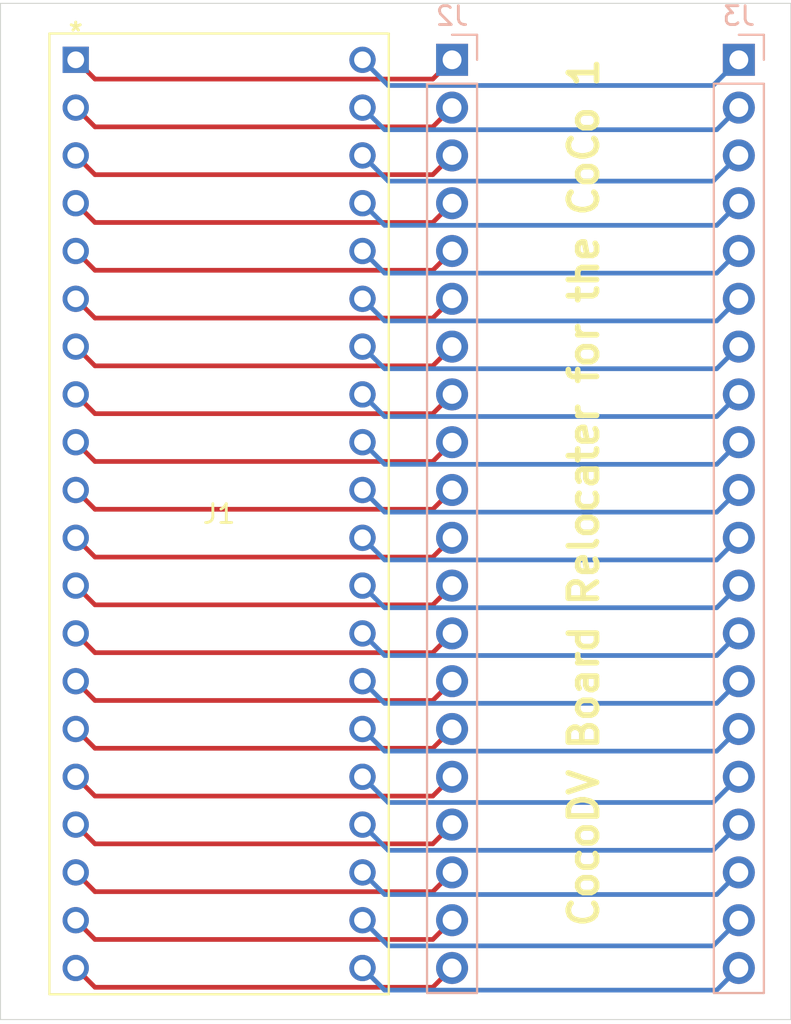
<source format=kicad_pcb>
(kicad_pcb (version 20171130) (host pcbnew "(5.1.10)-1")

  (general
    (thickness 1.6)
    (drawings 5)
    (tracks 120)
    (zones 0)
    (modules 3)
    (nets 41)
  )

  (page A4)
  (layers
    (0 F.Cu signal)
    (31 B.Cu signal)
    (32 B.Adhes user)
    (33 F.Adhes user)
    (34 B.Paste user)
    (35 F.Paste user)
    (36 B.SilkS user)
    (37 F.SilkS user)
    (38 B.Mask user)
    (39 F.Mask user)
    (40 Dwgs.User user)
    (41 Cmts.User user)
    (42 Eco1.User user)
    (43 Eco2.User user)
    (44 Edge.Cuts user)
    (45 Margin user)
    (46 B.CrtYd user)
    (47 F.CrtYd user)
    (48 B.Fab user)
    (49 F.Fab user)
  )

  (setup
    (last_trace_width 0.25)
    (trace_clearance 0.2)
    (zone_clearance 0.508)
    (zone_45_only no)
    (trace_min 0.2)
    (via_size 0.8)
    (via_drill 0.4)
    (via_min_size 0.4)
    (via_min_drill 0.3)
    (uvia_size 0.3)
    (uvia_drill 0.1)
    (uvias_allowed no)
    (uvia_min_size 0.2)
    (uvia_min_drill 0.1)
    (edge_width 0.05)
    (segment_width 0.2)
    (pcb_text_width 0.3)
    (pcb_text_size 1.5 1.5)
    (mod_edge_width 0.12)
    (mod_text_size 1 1)
    (mod_text_width 0.15)
    (pad_size 1.524 1.524)
    (pad_drill 0.762)
    (pad_to_mask_clearance 0)
    (aux_axis_origin 0 0)
    (visible_elements FFFFFF7F)
    (pcbplotparams
      (layerselection 0x010fc_ffffffff)
      (usegerberextensions true)
      (usegerberattributes false)
      (usegerberadvancedattributes false)
      (creategerberjobfile false)
      (excludeedgelayer true)
      (linewidth 0.100000)
      (plotframeref false)
      (viasonmask false)
      (mode 1)
      (useauxorigin false)
      (hpglpennumber 1)
      (hpglpenspeed 20)
      (hpglpendiameter 15.000000)
      (psnegative false)
      (psa4output false)
      (plotreference true)
      (plotvalue true)
      (plotinvisibletext false)
      (padsonsilk false)
      (subtractmaskfromsilk false)
      (outputformat 1)
      (mirror false)
      (drillshape 0)
      (scaleselection 1)
      (outputdirectory "Output/"))
  )

  (net 0 "")
  (net 1 "Net-(J1-Pad40)")
  (net 2 "Net-(J1-Pad39)")
  (net 3 "Net-(J1-Pad38)")
  (net 4 "Net-(J1-Pad37)")
  (net 5 "Net-(J1-Pad36)")
  (net 6 "Net-(J1-Pad35)")
  (net 7 "Net-(J1-Pad34)")
  (net 8 "Net-(J1-Pad33)")
  (net 9 "Net-(J1-Pad32)")
  (net 10 "Net-(J1-Pad31)")
  (net 11 "Net-(J1-Pad30)")
  (net 12 "Net-(J1-Pad29)")
  (net 13 "Net-(J1-Pad28)")
  (net 14 "Net-(J1-Pad27)")
  (net 15 "Net-(J1-Pad26)")
  (net 16 "Net-(J1-Pad25)")
  (net 17 "Net-(J1-Pad24)")
  (net 18 "Net-(J1-Pad23)")
  (net 19 "Net-(J1-Pad22)")
  (net 20 "Net-(J1-Pad21)")
  (net 21 "Net-(J1-Pad20)")
  (net 22 "Net-(J1-Pad19)")
  (net 23 "Net-(J1-Pad18)")
  (net 24 "Net-(J1-Pad17)")
  (net 25 "Net-(J1-Pad16)")
  (net 26 "Net-(J1-Pad15)")
  (net 27 "Net-(J1-Pad14)")
  (net 28 "Net-(J1-Pad13)")
  (net 29 "Net-(J1-Pad12)")
  (net 30 "Net-(J1-Pad11)")
  (net 31 "Net-(J1-Pad10)")
  (net 32 "Net-(J1-Pad9)")
  (net 33 "Net-(J1-Pad8)")
  (net 34 "Net-(J1-Pad7)")
  (net 35 "Net-(J1-Pad6)")
  (net 36 "Net-(J1-Pad5)")
  (net 37 "Net-(J1-Pad4)")
  (net 38 "Net-(J1-Pad3)")
  (net 39 "Net-(J1-Pad2)")
  (net 40 "Net-(J1-Pad1)")

  (net_class Default "This is the default net class."
    (clearance 0.2)
    (trace_width 0.25)
    (via_dia 0.8)
    (via_drill 0.4)
    (uvia_dia 0.3)
    (uvia_drill 0.1)
    (add_net "Net-(J1-Pad1)")
    (add_net "Net-(J1-Pad10)")
    (add_net "Net-(J1-Pad11)")
    (add_net "Net-(J1-Pad12)")
    (add_net "Net-(J1-Pad13)")
    (add_net "Net-(J1-Pad14)")
    (add_net "Net-(J1-Pad15)")
    (add_net "Net-(J1-Pad16)")
    (add_net "Net-(J1-Pad17)")
    (add_net "Net-(J1-Pad18)")
    (add_net "Net-(J1-Pad19)")
    (add_net "Net-(J1-Pad2)")
    (add_net "Net-(J1-Pad20)")
    (add_net "Net-(J1-Pad21)")
    (add_net "Net-(J1-Pad22)")
    (add_net "Net-(J1-Pad23)")
    (add_net "Net-(J1-Pad24)")
    (add_net "Net-(J1-Pad25)")
    (add_net "Net-(J1-Pad26)")
    (add_net "Net-(J1-Pad27)")
    (add_net "Net-(J1-Pad28)")
    (add_net "Net-(J1-Pad29)")
    (add_net "Net-(J1-Pad3)")
    (add_net "Net-(J1-Pad30)")
    (add_net "Net-(J1-Pad31)")
    (add_net "Net-(J1-Pad32)")
    (add_net "Net-(J1-Pad33)")
    (add_net "Net-(J1-Pad34)")
    (add_net "Net-(J1-Pad35)")
    (add_net "Net-(J1-Pad36)")
    (add_net "Net-(J1-Pad37)")
    (add_net "Net-(J1-Pad38)")
    (add_net "Net-(J1-Pad39)")
    (add_net "Net-(J1-Pad4)")
    (add_net "Net-(J1-Pad40)")
    (add_net "Net-(J1-Pad5)")
    (add_net "Net-(J1-Pad6)")
    (add_net "Net-(J1-Pad7)")
    (add_net "Net-(J1-Pad8)")
    (add_net "Net-(J1-Pad9)")
  )

  (module parts:3-1571586-2 (layer F.Cu) (tedit 63AD0310) (tstamp 63ADB88D)
    (at 80 40)
    (path /63B42ED0)
    (fp_text reference J1 (at 7.62 24.13) (layer F.SilkS)
      (effects (font (size 1 1) (thickness 0.15)))
    )
    (fp_text value CONN_3-1571586-2_TYCO (at 7.62 24.13) (layer F.SilkS) hide
      (effects (font (size 1 1) (thickness 0.15)))
    )
    (fp_text user * (at 0 -1.4605) (layer F.SilkS)
      (effects (font (size 1 1) (thickness 0.15)))
    )
    (fp_text user * (at 1.397 0.0635) (layer F.Fab)
      (effects (font (size 1 1) (thickness 0.15)))
    )
    (fp_text user * (at 1.397 0.0635) (layer F.Fab)
      (effects (font (size 1 1) (thickness 0.15)))
    )
    (fp_text user * (at 0 -1.4605) (layer F.SilkS)
      (effects (font (size 1 1) (thickness 0.15)))
    )
    (fp_text user "Copyright 2021 Accelerated Designs. All rights reserved." (at 0 0) (layer Cmts.User)
      (effects (font (size 0.127 0.127) (thickness 0.002)))
    )
    (fp_line (start 0 0) (end -2.921 0) (layer Cmts.User) (width 0.1))
    (fp_line (start 0 2.54) (end -2.921 2.54) (layer Cmts.User) (width 0.1))
    (fp_line (start -2.54 0) (end -2.54 -1.27) (layer Cmts.User) (width 0.1))
    (fp_line (start -2.54 2.54) (end -2.54 3.81) (layer Cmts.User) (width 0.1))
    (fp_line (start -2.54 0) (end -2.667 -0.254) (layer Cmts.User) (width 0.1))
    (fp_line (start -2.54 0) (end -2.413 -0.254) (layer Cmts.User) (width 0.1))
    (fp_line (start -2.667 -0.254) (end -2.413 -0.254) (layer Cmts.User) (width 0.1))
    (fp_line (start -2.54 2.54) (end -2.667 2.794) (layer Cmts.User) (width 0.1))
    (fp_line (start -2.54 2.54) (end -2.413 2.794) (layer Cmts.User) (width 0.1))
    (fp_line (start -2.667 2.794) (end -2.413 2.794) (layer Cmts.User) (width 0.1))
    (fp_line (start 0 48.26) (end 0 51.181) (layer Cmts.User) (width 0.1))
    (fp_line (start 15.24 48.26) (end 15.24 51.181) (layer Cmts.User) (width 0.1))
    (fp_line (start 0 50.8) (end 15.24 50.8) (layer Cmts.User) (width 0.1))
    (fp_line (start 0 50.8) (end 0.254 50.673) (layer Cmts.User) (width 0.1))
    (fp_line (start 0 50.8) (end 0.254 50.927) (layer Cmts.User) (width 0.1))
    (fp_line (start 0.254 50.673) (end 0.254 50.927) (layer Cmts.User) (width 0.1))
    (fp_line (start 15.24 50.8) (end 14.986 50.673) (layer Cmts.User) (width 0.1))
    (fp_line (start 15.24 50.8) (end 14.986 50.927) (layer Cmts.User) (width 0.1))
    (fp_line (start 14.986 50.673) (end 14.986 50.927) (layer Cmts.User) (width 0.1))
    (fp_line (start -1.27 0.4445) (end -1.27 -0.4445) (layer F.Fab) (width 0.1))
    (fp_line (start -1.27 -0.4445) (end -0.4445 -0.4445) (layer F.Fab) (width 0.1))
    (fp_line (start -0.4445 -0.4445) (end -0.4445 0.4445) (layer F.Fab) (width 0.1))
    (fp_line (start -0.4445 0.4445) (end -1.27 0.4445) (layer F.Fab) (width 0.1))
    (fp_line (start -1.27 2.9845) (end -1.27 2.0955) (layer F.Fab) (width 0.1))
    (fp_line (start -1.27 2.0955) (end -0.4445 2.0955) (layer F.Fab) (width 0.1))
    (fp_line (start -0.4445 2.0955) (end -0.4445 2.9845) (layer F.Fab) (width 0.1))
    (fp_line (start -0.4445 2.9845) (end -1.27 2.9845) (layer F.Fab) (width 0.1))
    (fp_line (start -1.27 5.5245) (end -1.27 4.6355) (layer F.Fab) (width 0.1))
    (fp_line (start -1.27 4.6355) (end -0.4445 4.6355) (layer F.Fab) (width 0.1))
    (fp_line (start -0.4445 4.6355) (end -0.4445 5.5245) (layer F.Fab) (width 0.1))
    (fp_line (start -0.4445 5.5245) (end -1.27 5.5245) (layer F.Fab) (width 0.1))
    (fp_line (start -1.27 8.0645) (end -1.27 7.1755) (layer F.Fab) (width 0.1))
    (fp_line (start -1.27 7.1755) (end -0.4445 7.1755) (layer F.Fab) (width 0.1))
    (fp_line (start -0.4445 7.1755) (end -0.4445 8.0645) (layer F.Fab) (width 0.1))
    (fp_line (start -0.4445 8.0645) (end -1.27 8.0645) (layer F.Fab) (width 0.1))
    (fp_line (start -1.27 10.6045) (end -1.27 9.7155) (layer F.Fab) (width 0.1))
    (fp_line (start -1.27 9.7155) (end -0.4445 9.7155) (layer F.Fab) (width 0.1))
    (fp_line (start -0.4445 9.7155) (end -0.4445 10.6045) (layer F.Fab) (width 0.1))
    (fp_line (start -0.4445 10.6045) (end -1.27 10.6045) (layer F.Fab) (width 0.1))
    (fp_line (start -1.27 13.1445) (end -1.27 12.2555) (layer F.Fab) (width 0.1))
    (fp_line (start -1.27 12.2555) (end -0.4445 12.2555) (layer F.Fab) (width 0.1))
    (fp_line (start -0.4445 12.2555) (end -0.4445 13.1445) (layer F.Fab) (width 0.1))
    (fp_line (start -0.4445 13.1445) (end -1.27 13.1445) (layer F.Fab) (width 0.1))
    (fp_line (start -1.27 15.6845) (end -1.27 14.7955) (layer F.Fab) (width 0.1))
    (fp_line (start -1.27 14.7955) (end -0.4445 14.7955) (layer F.Fab) (width 0.1))
    (fp_line (start -0.4445 14.7955) (end -0.4445 15.6845) (layer F.Fab) (width 0.1))
    (fp_line (start -0.4445 15.6845) (end -1.27 15.6845) (layer F.Fab) (width 0.1))
    (fp_line (start -1.27 18.2245) (end -1.27 17.3355) (layer F.Fab) (width 0.1))
    (fp_line (start -1.27 17.3355) (end -0.4445 17.3355) (layer F.Fab) (width 0.1))
    (fp_line (start -0.4445 17.3355) (end -0.4445 18.2245) (layer F.Fab) (width 0.1))
    (fp_line (start -0.4445 18.2245) (end -1.27 18.2245) (layer F.Fab) (width 0.1))
    (fp_line (start -1.27 20.7645) (end -1.27 19.8755) (layer F.Fab) (width 0.1))
    (fp_line (start -1.27 19.8755) (end -0.4445 19.8755) (layer F.Fab) (width 0.1))
    (fp_line (start -0.4445 19.8755) (end -0.4445 20.7645) (layer F.Fab) (width 0.1))
    (fp_line (start -0.4445 20.7645) (end -1.27 20.7645) (layer F.Fab) (width 0.1))
    (fp_line (start -1.27 23.3045) (end -1.27 22.4155) (layer F.Fab) (width 0.1))
    (fp_line (start -1.27 22.4155) (end -0.4445 22.4155) (layer F.Fab) (width 0.1))
    (fp_line (start -0.4445 22.4155) (end -0.4445 23.3045) (layer F.Fab) (width 0.1))
    (fp_line (start -0.4445 23.3045) (end -1.27 23.3045) (layer F.Fab) (width 0.1))
    (fp_line (start -1.27 25.8445) (end -1.27 24.9555) (layer F.Fab) (width 0.1))
    (fp_line (start -1.27 24.9555) (end -0.4445 24.9555) (layer F.Fab) (width 0.1))
    (fp_line (start -0.4445 24.9555) (end -0.4445 25.8445) (layer F.Fab) (width 0.1))
    (fp_line (start -0.4445 25.8445) (end -1.27 25.8445) (layer F.Fab) (width 0.1))
    (fp_line (start -1.27 28.3845) (end -1.27 27.4955) (layer F.Fab) (width 0.1))
    (fp_line (start -1.27 27.4955) (end -0.4445 27.4955) (layer F.Fab) (width 0.1))
    (fp_line (start -0.4445 27.4955) (end -0.4445 28.3845) (layer F.Fab) (width 0.1))
    (fp_line (start -0.4445 28.3845) (end -1.27 28.3845) (layer F.Fab) (width 0.1))
    (fp_line (start -1.27 30.9245) (end -1.27 30.0355) (layer F.Fab) (width 0.1))
    (fp_line (start -1.27 30.0355) (end -0.4445 30.0355) (layer F.Fab) (width 0.1))
    (fp_line (start -0.4445 30.0355) (end -0.4445 30.9245) (layer F.Fab) (width 0.1))
    (fp_line (start -0.4445 30.9245) (end -1.27 30.9245) (layer F.Fab) (width 0.1))
    (fp_line (start -1.27 33.4645) (end -1.27 32.5755) (layer F.Fab) (width 0.1))
    (fp_line (start -1.27 32.5755) (end -0.4445 32.5755) (layer F.Fab) (width 0.1))
    (fp_line (start -0.4445 32.5755) (end -0.4445 33.4645) (layer F.Fab) (width 0.1))
    (fp_line (start -0.4445 33.4645) (end -1.27 33.4645) (layer F.Fab) (width 0.1))
    (fp_line (start -1.27 36.0045) (end -1.27 35.1155) (layer F.Fab) (width 0.1))
    (fp_line (start -1.27 35.1155) (end -0.4445 35.1155) (layer F.Fab) (width 0.1))
    (fp_line (start -0.4445 35.1155) (end -0.4445 36.0045) (layer F.Fab) (width 0.1))
    (fp_line (start -0.4445 36.0045) (end -1.27 36.0045) (layer F.Fab) (width 0.1))
    (fp_line (start -1.27 38.5445) (end -1.27 37.6555) (layer F.Fab) (width 0.1))
    (fp_line (start -1.27 37.6555) (end -0.4445 37.6555) (layer F.Fab) (width 0.1))
    (fp_line (start -0.4445 37.6555) (end -0.4445 38.5445) (layer F.Fab) (width 0.1))
    (fp_line (start -0.4445 38.5445) (end -1.27 38.5445) (layer F.Fab) (width 0.1))
    (fp_line (start -1.27 41.0845) (end -1.27 40.1955) (layer F.Fab) (width 0.1))
    (fp_line (start -1.27 40.1955) (end -0.4445 40.1955) (layer F.Fab) (width 0.1))
    (fp_line (start -0.4445 40.1955) (end -0.4445 41.0845) (layer F.Fab) (width 0.1))
    (fp_line (start -0.4445 41.0845) (end -1.27 41.0845) (layer F.Fab) (width 0.1))
    (fp_line (start -1.27 43.6245) (end -1.27 42.7355) (layer F.Fab) (width 0.1))
    (fp_line (start -1.27 42.7355) (end -0.4445 42.7355) (layer F.Fab) (width 0.1))
    (fp_line (start -0.4445 42.7355) (end -0.4445 43.6245) (layer F.Fab) (width 0.1))
    (fp_line (start -0.4445 43.6245) (end -1.27 43.6245) (layer F.Fab) (width 0.1))
    (fp_line (start -1.27 46.1645) (end -1.27 45.2755) (layer F.Fab) (width 0.1))
    (fp_line (start -1.27 45.2755) (end -0.4445 45.2755) (layer F.Fab) (width 0.1))
    (fp_line (start -0.4445 45.2755) (end -0.4445 46.1645) (layer F.Fab) (width 0.1))
    (fp_line (start -0.4445 46.1645) (end -1.27 46.1645) (layer F.Fab) (width 0.1))
    (fp_line (start -1.27 48.7045) (end -1.27 47.8155) (layer F.Fab) (width 0.1))
    (fp_line (start -1.27 47.8155) (end -0.4445 47.8155) (layer F.Fab) (width 0.1))
    (fp_line (start -0.4445 47.8155) (end -0.4445 48.7045) (layer F.Fab) (width 0.1))
    (fp_line (start -0.4445 48.7045) (end -1.27 48.7045) (layer F.Fab) (width 0.1))
    (fp_line (start 16.51 47.8155) (end 16.51 48.7045) (layer F.Fab) (width 0.1))
    (fp_line (start 16.51 48.7045) (end 15.6845 48.7045) (layer F.Fab) (width 0.1))
    (fp_line (start 15.6845 48.7045) (end 15.6845 47.8155) (layer F.Fab) (width 0.1))
    (fp_line (start 15.6845 47.8155) (end 16.51 47.8155) (layer F.Fab) (width 0.1))
    (fp_line (start 16.51 45.2755) (end 16.51 46.1645) (layer F.Fab) (width 0.1))
    (fp_line (start 16.51 46.1645) (end 15.6845 46.1645) (layer F.Fab) (width 0.1))
    (fp_line (start 15.6845 46.1645) (end 15.6845 45.2755) (layer F.Fab) (width 0.1))
    (fp_line (start 15.6845 45.2755) (end 16.51 45.2755) (layer F.Fab) (width 0.1))
    (fp_line (start 16.51 42.7355) (end 16.51 43.6245) (layer F.Fab) (width 0.1))
    (fp_line (start 16.51 43.6245) (end 15.6845 43.6245) (layer F.Fab) (width 0.1))
    (fp_line (start 15.6845 43.6245) (end 15.6845 42.7355) (layer F.Fab) (width 0.1))
    (fp_line (start 15.6845 42.7355) (end 16.51 42.7355) (layer F.Fab) (width 0.1))
    (fp_line (start 16.51 40.1955) (end 16.51 41.0845) (layer F.Fab) (width 0.1))
    (fp_line (start 16.51 41.0845) (end 15.6845 41.0845) (layer F.Fab) (width 0.1))
    (fp_line (start 15.6845 41.0845) (end 15.6845 40.1955) (layer F.Fab) (width 0.1))
    (fp_line (start 15.6845 40.1955) (end 16.51 40.1955) (layer F.Fab) (width 0.1))
    (fp_line (start 16.51 37.6555) (end 16.51 38.5445) (layer F.Fab) (width 0.1))
    (fp_line (start 16.51 38.5445) (end 15.6845 38.5445) (layer F.Fab) (width 0.1))
    (fp_line (start 15.6845 38.5445) (end 15.6845 37.6555) (layer F.Fab) (width 0.1))
    (fp_line (start 15.6845 37.6555) (end 16.51 37.6555) (layer F.Fab) (width 0.1))
    (fp_line (start 16.51 35.1155) (end 16.51 36.0045) (layer F.Fab) (width 0.1))
    (fp_line (start 16.51 36.0045) (end 15.6845 36.0045) (layer F.Fab) (width 0.1))
    (fp_line (start 15.6845 36.0045) (end 15.6845 35.1155) (layer F.Fab) (width 0.1))
    (fp_line (start 15.6845 35.1155) (end 16.51 35.1155) (layer F.Fab) (width 0.1))
    (fp_line (start 16.51 32.5755) (end 16.51 33.4645) (layer F.Fab) (width 0.1))
    (fp_line (start 16.51 33.4645) (end 15.6845 33.4645) (layer F.Fab) (width 0.1))
    (fp_line (start 15.6845 33.4645) (end 15.6845 32.5755) (layer F.Fab) (width 0.1))
    (fp_line (start 15.6845 32.5755) (end 16.51 32.5755) (layer F.Fab) (width 0.1))
    (fp_line (start 16.51 30.0355) (end 16.51 30.9245) (layer F.Fab) (width 0.1))
    (fp_line (start 16.51 30.9245) (end 15.6845 30.9245) (layer F.Fab) (width 0.1))
    (fp_line (start 15.6845 30.9245) (end 15.6845 30.0355) (layer F.Fab) (width 0.1))
    (fp_line (start 15.6845 30.0355) (end 16.51 30.0355) (layer F.Fab) (width 0.1))
    (fp_line (start 16.51 27.4955) (end 16.51 28.3845) (layer F.Fab) (width 0.1))
    (fp_line (start 16.51 28.3845) (end 15.6845 28.3845) (layer F.Fab) (width 0.1))
    (fp_line (start 15.6845 28.3845) (end 15.6845 27.4955) (layer F.Fab) (width 0.1))
    (fp_line (start 15.6845 27.4955) (end 16.51 27.4955) (layer F.Fab) (width 0.1))
    (fp_line (start 16.51 24.9555) (end 16.51 25.8445) (layer F.Fab) (width 0.1))
    (fp_line (start 16.51 25.8445) (end 15.6845 25.8445) (layer F.Fab) (width 0.1))
    (fp_line (start 15.6845 25.8445) (end 15.6845 24.9555) (layer F.Fab) (width 0.1))
    (fp_line (start 15.6845 24.9555) (end 16.51 24.9555) (layer F.Fab) (width 0.1))
    (fp_line (start 16.51 22.4155) (end 16.51 23.3045) (layer F.Fab) (width 0.1))
    (fp_line (start 16.51 23.3045) (end 15.6845 23.3045) (layer F.Fab) (width 0.1))
    (fp_line (start 15.6845 23.3045) (end 15.6845 22.4155) (layer F.Fab) (width 0.1))
    (fp_line (start 15.6845 22.4155) (end 16.51 22.4155) (layer F.Fab) (width 0.1))
    (fp_line (start 16.51 19.8755) (end 16.51 20.7645) (layer F.Fab) (width 0.1))
    (fp_line (start 16.51 20.7645) (end 15.6845 20.7645) (layer F.Fab) (width 0.1))
    (fp_line (start 15.6845 20.7645) (end 15.6845 19.8755) (layer F.Fab) (width 0.1))
    (fp_line (start 15.6845 19.8755) (end 16.51 19.8755) (layer F.Fab) (width 0.1))
    (fp_line (start 16.51 17.3355) (end 16.51 18.2245) (layer F.Fab) (width 0.1))
    (fp_line (start 16.51 18.2245) (end 15.6845 18.2245) (layer F.Fab) (width 0.1))
    (fp_line (start 15.6845 18.2245) (end 15.6845 17.3355) (layer F.Fab) (width 0.1))
    (fp_line (start 15.6845 17.3355) (end 16.51 17.3355) (layer F.Fab) (width 0.1))
    (fp_line (start 16.51 14.7955) (end 16.51 15.6845) (layer F.Fab) (width 0.1))
    (fp_line (start 16.51 15.6845) (end 15.6845 15.6845) (layer F.Fab) (width 0.1))
    (fp_line (start 15.6845 15.6845) (end 15.6845 14.7955) (layer F.Fab) (width 0.1))
    (fp_line (start 15.6845 14.7955) (end 16.51 14.7955) (layer F.Fab) (width 0.1))
    (fp_line (start 16.51 12.2555) (end 16.51 13.1445) (layer F.Fab) (width 0.1))
    (fp_line (start 16.51 13.1445) (end 15.6845 13.1445) (layer F.Fab) (width 0.1))
    (fp_line (start 15.6845 13.1445) (end 15.6845 12.2555) (layer F.Fab) (width 0.1))
    (fp_line (start 15.6845 12.2555) (end 16.51 12.2555) (layer F.Fab) (width 0.1))
    (fp_line (start 16.51 9.7155) (end 16.51 10.6045) (layer F.Fab) (width 0.1))
    (fp_line (start 16.51 10.6045) (end 15.6845 10.6045) (layer F.Fab) (width 0.1))
    (fp_line (start 15.6845 10.6045) (end 15.6845 9.7155) (layer F.Fab) (width 0.1))
    (fp_line (start 15.6845 9.7155) (end 16.51 9.7155) (layer F.Fab) (width 0.1))
    (fp_line (start 16.51 7.1755) (end 16.51 8.0645) (layer F.Fab) (width 0.1))
    (fp_line (start 16.51 8.0645) (end 15.6845 8.0645) (layer F.Fab) (width 0.1))
    (fp_line (start 15.6845 8.0645) (end 15.6845 7.1755) (layer F.Fab) (width 0.1))
    (fp_line (start 15.6845 7.1755) (end 16.51 7.1755) (layer F.Fab) (width 0.1))
    (fp_line (start 16.51 4.6355) (end 16.51 5.5245) (layer F.Fab) (width 0.1))
    (fp_line (start 16.51 5.5245) (end 15.6845 5.5245) (layer F.Fab) (width 0.1))
    (fp_line (start 15.6845 5.5245) (end 15.6845 4.6355) (layer F.Fab) (width 0.1))
    (fp_line (start 15.6845 4.6355) (end 16.51 4.6355) (layer F.Fab) (width 0.1))
    (fp_line (start 16.51 2.0955) (end 16.51 2.9845) (layer F.Fab) (width 0.1))
    (fp_line (start 16.51 2.9845) (end 15.6845 2.9845) (layer F.Fab) (width 0.1))
    (fp_line (start 15.6845 2.9845) (end 15.6845 2.0955) (layer F.Fab) (width 0.1))
    (fp_line (start 15.6845 2.0955) (end 16.51 2.0955) (layer F.Fab) (width 0.1))
    (fp_line (start 16.51 -0.4445) (end 16.51 0.4445) (layer F.Fab) (width 0.1))
    (fp_line (start 16.51 0.4445) (end 15.6845 0.4445) (layer F.Fab) (width 0.1))
    (fp_line (start 15.6845 0.4445) (end 15.6845 -0.4445) (layer F.Fab) (width 0.1))
    (fp_line (start 15.6845 -0.4445) (end 16.51 -0.4445) (layer F.Fab) (width 0.1))
    (fp_line (start -1.397 49.657) (end 16.637 49.657) (layer F.SilkS) (width 0.12))
    (fp_line (start 16.637 49.657) (end 16.637 -1.397) (layer F.SilkS) (width 0.12))
    (fp_line (start 16.637 -1.397) (end -1.397 -1.397) (layer F.SilkS) (width 0.12))
    (fp_line (start -1.397 -1.397) (end -1.397 49.657) (layer F.SilkS) (width 0.12))
    (fp_line (start -1.27 49.53) (end 16.51 49.53) (layer F.Fab) (width 0.1))
    (fp_line (start 16.51 49.53) (end 16.51 -1.27) (layer F.Fab) (width 0.1))
    (fp_line (start 16.51 -1.27) (end -1.27 -1.27) (layer F.Fab) (width 0.1))
    (fp_line (start -1.27 -1.27) (end -1.27 49.53) (layer F.Fab) (width 0.1))
    (fp_line (start 7.62 -0.9652) (end 7.9248 -1.27) (layer F.Fab) (width 0.1))
    (fp_line (start 7.3152 -1.27) (end 7.62 -0.9652) (layer F.Fab) (width 0.1))
    (fp_line (start -1.524 -1.524) (end 16.764 -1.524) (layer F.CrtYd) (width 0.12))
    (fp_line (start 16.764 -1.524) (end 16.7894 49.784) (layer F.CrtYd) (width 0.12))
    (fp_line (start 16.7894 49.784) (end -1.524 49.784) (layer F.CrtYd) (width 0.12))
    (fp_line (start -1.524 49.784) (end -1.524 -1.524) (layer F.CrtYd) (width 0.12))
    (pad 40 thru_hole circle (at 15.24 0) (size 1.397 1.397) (drill 0.889) (layers *.Cu *.Mask)
      (net 1 "Net-(J1-Pad40)"))
    (pad 39 thru_hole circle (at 15.24 2.54) (size 1.397 1.397) (drill 0.889) (layers *.Cu *.Mask)
      (net 2 "Net-(J1-Pad39)"))
    (pad 38 thru_hole circle (at 15.24 5.08) (size 1.397 1.397) (drill 0.889) (layers *.Cu *.Mask)
      (net 3 "Net-(J1-Pad38)"))
    (pad 37 thru_hole circle (at 15.24 7.62) (size 1.397 1.397) (drill 0.889) (layers *.Cu *.Mask)
      (net 4 "Net-(J1-Pad37)"))
    (pad 36 thru_hole circle (at 15.24 10.16) (size 1.397 1.397) (drill 0.889) (layers *.Cu *.Mask)
      (net 5 "Net-(J1-Pad36)"))
    (pad 35 thru_hole circle (at 15.24 12.7) (size 1.397 1.397) (drill 0.889) (layers *.Cu *.Mask)
      (net 6 "Net-(J1-Pad35)"))
    (pad 34 thru_hole circle (at 15.24 15.24) (size 1.397 1.397) (drill 0.889) (layers *.Cu *.Mask)
      (net 7 "Net-(J1-Pad34)"))
    (pad 33 thru_hole circle (at 15.24 17.78) (size 1.397 1.397) (drill 0.889) (layers *.Cu *.Mask)
      (net 8 "Net-(J1-Pad33)"))
    (pad 32 thru_hole circle (at 15.24 20.32) (size 1.397 1.397) (drill 0.889) (layers *.Cu *.Mask)
      (net 9 "Net-(J1-Pad32)"))
    (pad 31 thru_hole circle (at 15.24 22.86) (size 1.397 1.397) (drill 0.889) (layers *.Cu *.Mask)
      (net 10 "Net-(J1-Pad31)"))
    (pad 30 thru_hole circle (at 15.24 25.4) (size 1.397 1.397) (drill 0.889) (layers *.Cu *.Mask)
      (net 11 "Net-(J1-Pad30)"))
    (pad 29 thru_hole circle (at 15.24 27.94) (size 1.397 1.397) (drill 0.889) (layers *.Cu *.Mask)
      (net 12 "Net-(J1-Pad29)"))
    (pad 28 thru_hole circle (at 15.24 30.48) (size 1.397 1.397) (drill 0.889) (layers *.Cu *.Mask)
      (net 13 "Net-(J1-Pad28)"))
    (pad 27 thru_hole circle (at 15.24 33.02) (size 1.397 1.397) (drill 0.889) (layers *.Cu *.Mask)
      (net 14 "Net-(J1-Pad27)"))
    (pad 26 thru_hole circle (at 15.24 35.56) (size 1.397 1.397) (drill 0.889) (layers *.Cu *.Mask)
      (net 15 "Net-(J1-Pad26)"))
    (pad 25 thru_hole circle (at 15.24 38.1) (size 1.397 1.397) (drill 0.889) (layers *.Cu *.Mask)
      (net 16 "Net-(J1-Pad25)"))
    (pad 24 thru_hole circle (at 15.24 40.64) (size 1.397 1.397) (drill 0.889) (layers *.Cu *.Mask)
      (net 17 "Net-(J1-Pad24)"))
    (pad 23 thru_hole circle (at 15.24 43.18) (size 1.397 1.397) (drill 0.889) (layers *.Cu *.Mask)
      (net 18 "Net-(J1-Pad23)"))
    (pad 22 thru_hole circle (at 15.24 45.72) (size 1.397 1.397) (drill 0.889) (layers *.Cu *.Mask)
      (net 19 "Net-(J1-Pad22)"))
    (pad 21 thru_hole circle (at 15.24 48.26) (size 1.397 1.397) (drill 0.889) (layers *.Cu *.Mask)
      (net 20 "Net-(J1-Pad21)"))
    (pad 20 thru_hole circle (at 0 48.26) (size 1.397 1.397) (drill 0.889) (layers *.Cu *.Mask)
      (net 21 "Net-(J1-Pad20)"))
    (pad 19 thru_hole circle (at 0 45.72) (size 1.397 1.397) (drill 0.889) (layers *.Cu *.Mask)
      (net 22 "Net-(J1-Pad19)"))
    (pad 18 thru_hole circle (at 0 43.18) (size 1.397 1.397) (drill 0.889) (layers *.Cu *.Mask)
      (net 23 "Net-(J1-Pad18)"))
    (pad 17 thru_hole circle (at 0 40.64) (size 1.397 1.397) (drill 0.889) (layers *.Cu *.Mask)
      (net 24 "Net-(J1-Pad17)"))
    (pad 16 thru_hole circle (at 0 38.1) (size 1.397 1.397) (drill 0.889) (layers *.Cu *.Mask)
      (net 25 "Net-(J1-Pad16)"))
    (pad 15 thru_hole circle (at 0 35.56) (size 1.397 1.397) (drill 0.889) (layers *.Cu *.Mask)
      (net 26 "Net-(J1-Pad15)"))
    (pad 14 thru_hole circle (at 0 33.02) (size 1.397 1.397) (drill 0.889) (layers *.Cu *.Mask)
      (net 27 "Net-(J1-Pad14)"))
    (pad 13 thru_hole circle (at 0 30.48) (size 1.397 1.397) (drill 0.889) (layers *.Cu *.Mask)
      (net 28 "Net-(J1-Pad13)"))
    (pad 12 thru_hole circle (at 0 27.94) (size 1.397 1.397) (drill 0.889) (layers *.Cu *.Mask)
      (net 29 "Net-(J1-Pad12)"))
    (pad 11 thru_hole circle (at 0 25.4) (size 1.397 1.397) (drill 0.889) (layers *.Cu *.Mask)
      (net 30 "Net-(J1-Pad11)"))
    (pad 10 thru_hole circle (at 0 22.86) (size 1.397 1.397) (drill 0.889) (layers *.Cu *.Mask)
      (net 31 "Net-(J1-Pad10)"))
    (pad 9 thru_hole circle (at 0 20.32) (size 1.397 1.397) (drill 0.889) (layers *.Cu *.Mask)
      (net 32 "Net-(J1-Pad9)"))
    (pad 8 thru_hole circle (at 0 17.78) (size 1.397 1.397) (drill 0.889) (layers *.Cu *.Mask)
      (net 33 "Net-(J1-Pad8)"))
    (pad 7 thru_hole circle (at 0 15.24) (size 1.397 1.397) (drill 0.889) (layers *.Cu *.Mask)
      (net 34 "Net-(J1-Pad7)"))
    (pad 6 thru_hole circle (at 0 12.7) (size 1.397 1.397) (drill 0.889) (layers *.Cu *.Mask)
      (net 35 "Net-(J1-Pad6)"))
    (pad 5 thru_hole circle (at 0 10.16) (size 1.397 1.397) (drill 0.889) (layers *.Cu *.Mask)
      (net 36 "Net-(J1-Pad5)"))
    (pad 4 thru_hole circle (at 0 7.62) (size 1.397 1.397) (drill 0.889) (layers *.Cu *.Mask)
      (net 37 "Net-(J1-Pad4)"))
    (pad 3 thru_hole circle (at 0 5.08) (size 1.397 1.397) (drill 0.889) (layers *.Cu *.Mask)
      (net 38 "Net-(J1-Pad3)"))
    (pad 2 thru_hole circle (at 0 2.54) (size 1.397 1.397) (drill 0.889) (layers *.Cu *.Mask)
      (net 39 "Net-(J1-Pad2)"))
    (pad 1 thru_hole rect (at 0 0) (size 1.397 1.397) (drill 0.889) (layers *.Cu *.Mask)
      (net 40 "Net-(J1-Pad1)"))
    (model ${KISYS3DMOD}/Package_DIP.3dshapes/DIP-40_W15.24mm_Socket.step
      (at (xyz 0 0 0))
      (scale (xyz 1 1 1))
      (rotate (xyz 0 0 0))
    )
  )

  (module Connector_PinHeader_2.54mm:PinHeader_1x20_P2.54mm_Vertical (layer B.Cu) (tedit 59FED5CC) (tstamp 63ADAF8E)
    (at 115.24 40 180)
    (descr "Through hole straight pin header, 1x20, 2.54mm pitch, single row")
    (tags "Through hole pin header THT 1x20 2.54mm single row")
    (path /63BC3F6E)
    (fp_text reference J3 (at 0 2.33) (layer B.SilkS)
      (effects (font (size 1 1) (thickness 0.15)) (justify mirror))
    )
    (fp_text value Conn_01x20 (at 7.24 -48) (layer B.Fab)
      (effects (font (size 1 1) (thickness 0.15)) (justify mirror))
    )
    (fp_text user %R (at 0 -24.13 270) (layer B.Fab)
      (effects (font (size 1 1) (thickness 0.15)) (justify mirror))
    )
    (fp_line (start -0.635 1.27) (end 1.27 1.27) (layer B.Fab) (width 0.1))
    (fp_line (start 1.27 1.27) (end 1.27 -49.53) (layer B.Fab) (width 0.1))
    (fp_line (start 1.27 -49.53) (end -1.27 -49.53) (layer B.Fab) (width 0.1))
    (fp_line (start -1.27 -49.53) (end -1.27 0.635) (layer B.Fab) (width 0.1))
    (fp_line (start -1.27 0.635) (end -0.635 1.27) (layer B.Fab) (width 0.1))
    (fp_line (start -1.33 -49.59) (end 1.33 -49.59) (layer B.SilkS) (width 0.12))
    (fp_line (start -1.33 -1.27) (end -1.33 -49.59) (layer B.SilkS) (width 0.12))
    (fp_line (start 1.33 -1.27) (end 1.33 -49.59) (layer B.SilkS) (width 0.12))
    (fp_line (start -1.33 -1.27) (end 1.33 -1.27) (layer B.SilkS) (width 0.12))
    (fp_line (start -1.33 0) (end -1.33 1.33) (layer B.SilkS) (width 0.12))
    (fp_line (start -1.33 1.33) (end 0 1.33) (layer B.SilkS) (width 0.12))
    (fp_line (start -1.8 1.8) (end -1.8 -50.05) (layer B.CrtYd) (width 0.05))
    (fp_line (start -1.8 -50.05) (end 1.8 -50.05) (layer B.CrtYd) (width 0.05))
    (fp_line (start 1.8 -50.05) (end 1.8 1.8) (layer B.CrtYd) (width 0.05))
    (fp_line (start 1.8 1.8) (end -1.8 1.8) (layer B.CrtYd) (width 0.05))
    (pad 20 thru_hole oval (at 0 -48.26 180) (size 1.7 1.7) (drill 1) (layers *.Cu *.Mask)
      (net 20 "Net-(J1-Pad21)"))
    (pad 19 thru_hole oval (at 0 -45.72 180) (size 1.7 1.7) (drill 1) (layers *.Cu *.Mask)
      (net 19 "Net-(J1-Pad22)"))
    (pad 18 thru_hole oval (at 0 -43.18 180) (size 1.7 1.7) (drill 1) (layers *.Cu *.Mask)
      (net 18 "Net-(J1-Pad23)"))
    (pad 17 thru_hole oval (at 0 -40.64 180) (size 1.7 1.7) (drill 1) (layers *.Cu *.Mask)
      (net 17 "Net-(J1-Pad24)"))
    (pad 16 thru_hole oval (at 0 -38.1 180) (size 1.7 1.7) (drill 1) (layers *.Cu *.Mask)
      (net 16 "Net-(J1-Pad25)"))
    (pad 15 thru_hole oval (at 0 -35.56 180) (size 1.7 1.7) (drill 1) (layers *.Cu *.Mask)
      (net 15 "Net-(J1-Pad26)"))
    (pad 14 thru_hole oval (at 0 -33.02 180) (size 1.7 1.7) (drill 1) (layers *.Cu *.Mask)
      (net 14 "Net-(J1-Pad27)"))
    (pad 13 thru_hole oval (at 0 -30.48 180) (size 1.7 1.7) (drill 1) (layers *.Cu *.Mask)
      (net 13 "Net-(J1-Pad28)"))
    (pad 12 thru_hole oval (at 0 -27.94 180) (size 1.7 1.7) (drill 1) (layers *.Cu *.Mask)
      (net 12 "Net-(J1-Pad29)"))
    (pad 11 thru_hole oval (at 0 -25.4 180) (size 1.7 1.7) (drill 1) (layers *.Cu *.Mask)
      (net 11 "Net-(J1-Pad30)"))
    (pad 10 thru_hole oval (at 0 -22.86 180) (size 1.7 1.7) (drill 1) (layers *.Cu *.Mask)
      (net 10 "Net-(J1-Pad31)"))
    (pad 9 thru_hole oval (at 0 -20.32 180) (size 1.7 1.7) (drill 1) (layers *.Cu *.Mask)
      (net 9 "Net-(J1-Pad32)"))
    (pad 8 thru_hole oval (at 0 -17.78 180) (size 1.7 1.7) (drill 1) (layers *.Cu *.Mask)
      (net 8 "Net-(J1-Pad33)"))
    (pad 7 thru_hole oval (at 0 -15.24 180) (size 1.7 1.7) (drill 1) (layers *.Cu *.Mask)
      (net 7 "Net-(J1-Pad34)"))
    (pad 6 thru_hole oval (at 0 -12.7 180) (size 1.7 1.7) (drill 1) (layers *.Cu *.Mask)
      (net 6 "Net-(J1-Pad35)"))
    (pad 5 thru_hole oval (at 0 -10.16 180) (size 1.7 1.7) (drill 1) (layers *.Cu *.Mask)
      (net 5 "Net-(J1-Pad36)"))
    (pad 4 thru_hole oval (at 0 -7.62 180) (size 1.7 1.7) (drill 1) (layers *.Cu *.Mask)
      (net 4 "Net-(J1-Pad37)"))
    (pad 3 thru_hole oval (at 0 -5.08 180) (size 1.7 1.7) (drill 1) (layers *.Cu *.Mask)
      (net 3 "Net-(J1-Pad38)"))
    (pad 2 thru_hole oval (at 0 -2.54 180) (size 1.7 1.7) (drill 1) (layers *.Cu *.Mask)
      (net 2 "Net-(J1-Pad39)"))
    (pad 1 thru_hole rect (at 0 0 180) (size 1.7 1.7) (drill 1) (layers *.Cu *.Mask)
      (net 1 "Net-(J1-Pad40)"))
    (model ${KISYS3DMOD}/Connector_PinHeader_2.54mm.3dshapes/PinHeader_1x20_P2.54mm_Vertical.wrl
      (at (xyz 0 0 0))
      (scale (xyz 1 1 1))
      (rotate (xyz 0 0 0))
    )
  )

  (module Connector_PinHeader_2.54mm:PinHeader_1x20_P2.54mm_Vertical (layer B.Cu) (tedit 59FED5CC) (tstamp 63AD6242)
    (at 100 40 180)
    (descr "Through hole straight pin header, 1x20, 2.54mm pitch, single row")
    (tags "Through hole pin header THT 1x20 2.54mm single row")
    (path /63BC213A)
    (fp_text reference J2 (at 0 2.33) (layer B.SilkS)
      (effects (font (size 1 1) (thickness 0.15)) (justify mirror))
    )
    (fp_text value Conn_01x20 (at -8 -46) (layer B.Fab)
      (effects (font (size 1 1) (thickness 0.15)) (justify mirror))
    )
    (fp_text user %R (at 0 -24.13 270) (layer B.Fab)
      (effects (font (size 1 1) (thickness 0.15)) (justify mirror))
    )
    (fp_line (start -0.635 1.27) (end 1.27 1.27) (layer B.Fab) (width 0.1))
    (fp_line (start 1.27 1.27) (end 1.27 -49.53) (layer B.Fab) (width 0.1))
    (fp_line (start 1.27 -49.53) (end -1.27 -49.53) (layer B.Fab) (width 0.1))
    (fp_line (start -1.27 -49.53) (end -1.27 0.635) (layer B.Fab) (width 0.1))
    (fp_line (start -1.27 0.635) (end -0.635 1.27) (layer B.Fab) (width 0.1))
    (fp_line (start -1.33 -49.59) (end 1.33 -49.59) (layer B.SilkS) (width 0.12))
    (fp_line (start -1.33 -1.27) (end -1.33 -49.59) (layer B.SilkS) (width 0.12))
    (fp_line (start 1.33 -1.27) (end 1.33 -49.59) (layer B.SilkS) (width 0.12))
    (fp_line (start -1.33 -1.27) (end 1.33 -1.27) (layer B.SilkS) (width 0.12))
    (fp_line (start -1.33 0) (end -1.33 1.33) (layer B.SilkS) (width 0.12))
    (fp_line (start -1.33 1.33) (end 0 1.33) (layer B.SilkS) (width 0.12))
    (fp_line (start -1.8 1.8) (end -1.8 -50.05) (layer B.CrtYd) (width 0.05))
    (fp_line (start -1.8 -50.05) (end 1.8 -50.05) (layer B.CrtYd) (width 0.05))
    (fp_line (start 1.8 -50.05) (end 1.8 1.8) (layer B.CrtYd) (width 0.05))
    (fp_line (start 1.8 1.8) (end -1.8 1.8) (layer B.CrtYd) (width 0.05))
    (pad 20 thru_hole oval (at 0 -48.26 180) (size 1.7 1.7) (drill 1) (layers *.Cu *.Mask)
      (net 21 "Net-(J1-Pad20)"))
    (pad 19 thru_hole oval (at 0 -45.72 180) (size 1.7 1.7) (drill 1) (layers *.Cu *.Mask)
      (net 22 "Net-(J1-Pad19)"))
    (pad 18 thru_hole oval (at 0 -43.18 180) (size 1.7 1.7) (drill 1) (layers *.Cu *.Mask)
      (net 23 "Net-(J1-Pad18)"))
    (pad 17 thru_hole oval (at 0 -40.64 180) (size 1.7 1.7) (drill 1) (layers *.Cu *.Mask)
      (net 24 "Net-(J1-Pad17)"))
    (pad 16 thru_hole oval (at 0 -38.1 180) (size 1.7 1.7) (drill 1) (layers *.Cu *.Mask)
      (net 25 "Net-(J1-Pad16)"))
    (pad 15 thru_hole oval (at 0 -35.56 180) (size 1.7 1.7) (drill 1) (layers *.Cu *.Mask)
      (net 26 "Net-(J1-Pad15)"))
    (pad 14 thru_hole oval (at 0 -33.02 180) (size 1.7 1.7) (drill 1) (layers *.Cu *.Mask)
      (net 27 "Net-(J1-Pad14)"))
    (pad 13 thru_hole oval (at 0 -30.48 180) (size 1.7 1.7) (drill 1) (layers *.Cu *.Mask)
      (net 28 "Net-(J1-Pad13)"))
    (pad 12 thru_hole oval (at 0 -27.94 180) (size 1.7 1.7) (drill 1) (layers *.Cu *.Mask)
      (net 29 "Net-(J1-Pad12)"))
    (pad 11 thru_hole oval (at 0 -25.4 180) (size 1.7 1.7) (drill 1) (layers *.Cu *.Mask)
      (net 30 "Net-(J1-Pad11)"))
    (pad 10 thru_hole oval (at 0 -22.86 180) (size 1.7 1.7) (drill 1) (layers *.Cu *.Mask)
      (net 31 "Net-(J1-Pad10)"))
    (pad 9 thru_hole oval (at 0 -20.32 180) (size 1.7 1.7) (drill 1) (layers *.Cu *.Mask)
      (net 32 "Net-(J1-Pad9)"))
    (pad 8 thru_hole oval (at 0 -17.78 180) (size 1.7 1.7) (drill 1) (layers *.Cu *.Mask)
      (net 33 "Net-(J1-Pad8)"))
    (pad 7 thru_hole oval (at 0 -15.24 180) (size 1.7 1.7) (drill 1) (layers *.Cu *.Mask)
      (net 34 "Net-(J1-Pad7)"))
    (pad 6 thru_hole oval (at 0 -12.7 180) (size 1.7 1.7) (drill 1) (layers *.Cu *.Mask)
      (net 35 "Net-(J1-Pad6)"))
    (pad 5 thru_hole oval (at 0 -10.16 180) (size 1.7 1.7) (drill 1) (layers *.Cu *.Mask)
      (net 36 "Net-(J1-Pad5)"))
    (pad 4 thru_hole oval (at 0 -7.62 180) (size 1.7 1.7) (drill 1) (layers *.Cu *.Mask)
      (net 37 "Net-(J1-Pad4)"))
    (pad 3 thru_hole oval (at 0 -5.08 180) (size 1.7 1.7) (drill 1) (layers *.Cu *.Mask)
      (net 38 "Net-(J1-Pad3)"))
    (pad 2 thru_hole oval (at 0 -2.54 180) (size 1.7 1.7) (drill 1) (layers *.Cu *.Mask)
      (net 39 "Net-(J1-Pad2)"))
    (pad 1 thru_hole rect (at 0 0 180) (size 1.7 1.7) (drill 1) (layers *.Cu *.Mask)
      (net 40 "Net-(J1-Pad1)"))
    (model ${KISYS3DMOD}/Connector_PinHeader_2.54mm.3dshapes/PinHeader_1x20_P2.54mm_Vertical.wrl
      (at (xyz 0 0 0))
      (scale (xyz 1 1 1))
      (rotate (xyz 0 0 0))
    )
  )

  (gr_line (start 76 91) (end 76 37) (layer Edge.Cuts) (width 0.05) (tstamp 63AD9553))
  (gr_line (start 118 91) (end 76 91) (layer Edge.Cuts) (width 0.05))
  (gr_line (start 118 37) (end 118 91) (layer Edge.Cuts) (width 0.05))
  (gr_line (start 76 37) (end 118 37) (layer Edge.Cuts) (width 0.05))
  (gr_text "CocoDV Board Relocater for the CoCo 1" (at 107 63 90) (layer F.SilkS)
    (effects (font (size 1.5 1.5) (thickness 0.3)))
  )

  (segment (start 113.875001 41.364999) (end 115.24 40) (width 0.25) (layer B.Cu) (net 1))
  (segment (start 96.604999 41.364999) (end 113.875001 41.364999) (width 0.25) (layer B.Cu) (net 1))
  (segment (start 95.24 40) (end 96.604999 41.364999) (width 0.25) (layer B.Cu) (net 1))
  (segment (start 96.415001 43.715001) (end 114.064999 43.715001) (width 0.25) (layer B.Cu) (net 2))
  (segment (start 114.064999 43.715001) (end 115.24 42.54) (width 0.25) (layer B.Cu) (net 2))
  (segment (start 95.24 42.54) (end 96.415001 43.715001) (width 0.25) (layer B.Cu) (net 2))
  (segment (start 113.875001 46.444999) (end 115.24 45.08) (width 0.25) (layer B.Cu) (net 3))
  (segment (start 96.604999 46.444999) (end 113.875001 46.444999) (width 0.25) (layer B.Cu) (net 3))
  (segment (start 95.24 45.08) (end 96.604999 46.444999) (width 0.25) (layer B.Cu) (net 3))
  (segment (start 96.415001 48.795001) (end 114.064999 48.795001) (width 0.25) (layer B.Cu) (net 4))
  (segment (start 114.064999 48.795001) (end 115.24 47.62) (width 0.25) (layer B.Cu) (net 4))
  (segment (start 95.24 47.62) (end 96.415001 48.795001) (width 0.25) (layer B.Cu) (net 4))
  (segment (start 114.064999 51.335001) (end 115.24 50.16) (width 0.25) (layer B.Cu) (net 5))
  (segment (start 96.415001 51.335001) (end 114.064999 51.335001) (width 0.25) (layer B.Cu) (net 5))
  (segment (start 95.24 50.16) (end 96.415001 51.335001) (width 0.25) (layer B.Cu) (net 5))
  (segment (start 114.064999 53.875001) (end 115.24 52.7) (width 0.25) (layer B.Cu) (net 6))
  (segment (start 96.415001 53.875001) (end 114.064999 53.875001) (width 0.25) (layer B.Cu) (net 6))
  (segment (start 95.24 52.7) (end 96.415001 53.875001) (width 0.25) (layer B.Cu) (net 6))
  (segment (start 96.415001 56.415001) (end 114.064999 56.415001) (width 0.25) (layer B.Cu) (net 7))
  (segment (start 114.064999 56.415001) (end 115.24 55.24) (width 0.25) (layer B.Cu) (net 7))
  (segment (start 95.24 55.24) (end 96.415001 56.415001) (width 0.25) (layer B.Cu) (net 7))
  (segment (start 114.064999 58.955001) (end 115.24 57.78) (width 0.25) (layer B.Cu) (net 8))
  (segment (start 96.415001 58.955001) (end 114.064999 58.955001) (width 0.25) (layer B.Cu) (net 8))
  (segment (start 95.24 57.78) (end 96.415001 58.955001) (width 0.25) (layer B.Cu) (net 8))
  (segment (start 114.064999 61.495001) (end 115.24 60.32) (width 0.25) (layer B.Cu) (net 9))
  (segment (start 96.415001 61.495001) (end 114.064999 61.495001) (width 0.25) (layer B.Cu) (net 9))
  (segment (start 95.24 60.32) (end 96.415001 61.495001) (width 0.25) (layer B.Cu) (net 9))
  (segment (start 96.415001 64.035001) (end 114.064999 64.035001) (width 0.25) (layer B.Cu) (net 10))
  (segment (start 114.064999 64.035001) (end 115.24 62.86) (width 0.25) (layer B.Cu) (net 10))
  (segment (start 95.24 62.86) (end 96.415001 64.035001) (width 0.25) (layer B.Cu) (net 10))
  (segment (start 114.064999 66.575001) (end 115.24 65.4) (width 0.25) (layer B.Cu) (net 11))
  (segment (start 96.415001 66.575001) (end 114.064999 66.575001) (width 0.25) (layer B.Cu) (net 11))
  (segment (start 95.24 65.4) (end 96.415001 66.575001) (width 0.25) (layer B.Cu) (net 11))
  (segment (start 114.064999 69.115001) (end 115.24 67.94) (width 0.25) (layer B.Cu) (net 12))
  (segment (start 96.415001 69.115001) (end 114.064999 69.115001) (width 0.25) (layer B.Cu) (net 12))
  (segment (start 95.24 67.94) (end 96.415001 69.115001) (width 0.25) (layer B.Cu) (net 12))
  (segment (start 114.064999 71.655001) (end 115.24 70.48) (width 0.25) (layer B.Cu) (net 13))
  (segment (start 96.415001 71.655001) (end 114.064999 71.655001) (width 0.25) (layer B.Cu) (net 13))
  (segment (start 95.24 70.48) (end 96.415001 71.655001) (width 0.25) (layer B.Cu) (net 13))
  (segment (start 114.064999 74.195001) (end 115.24 73.02) (width 0.25) (layer B.Cu) (net 14))
  (segment (start 96.415001 74.195001) (end 114.064999 74.195001) (width 0.25) (layer B.Cu) (net 14))
  (segment (start 95.24 73.02) (end 96.415001 74.195001) (width 0.25) (layer B.Cu) (net 14))
  (segment (start 114.064999 76.735001) (end 115.24 75.56) (width 0.25) (layer B.Cu) (net 15))
  (segment (start 96.415001 76.735001) (end 114.064999 76.735001) (width 0.25) (layer B.Cu) (net 15))
  (segment (start 95.24 75.56) (end 96.415001 76.735001) (width 0.25) (layer B.Cu) (net 15))
  (segment (start 113.875001 79.464999) (end 115.24 78.1) (width 0.25) (layer B.Cu) (net 16))
  (segment (start 96.604999 79.464999) (end 113.875001 79.464999) (width 0.25) (layer B.Cu) (net 16))
  (segment (start 95.24 78.1) (end 96.604999 79.464999) (width 0.25) (layer B.Cu) (net 16))
  (segment (start 113.875001 82.004999) (end 115.24 80.64) (width 0.25) (layer B.Cu) (net 17))
  (segment (start 96.604999 82.004999) (end 113.875001 82.004999) (width 0.25) (layer B.Cu) (net 17))
  (segment (start 95.24 80.64) (end 96.604999 82.004999) (width 0.25) (layer B.Cu) (net 17))
  (segment (start 114.064999 84.355001) (end 115.24 83.18) (width 0.25) (layer B.Cu) (net 18))
  (segment (start 96.415001 84.355001) (end 114.064999 84.355001) (width 0.25) (layer B.Cu) (net 18))
  (segment (start 95.24 83.18) (end 96.415001 84.355001) (width 0.25) (layer B.Cu) (net 18))
  (segment (start 113.875001 87.084999) (end 115.24 85.72) (width 0.25) (layer B.Cu) (net 19))
  (segment (start 96.604999 87.084999) (end 113.875001 87.084999) (width 0.25) (layer B.Cu) (net 19))
  (segment (start 95.24 85.72) (end 96.604999 87.084999) (width 0.25) (layer B.Cu) (net 19))
  (segment (start 114.064999 89.435001) (end 115.24 88.26) (width 0.25) (layer B.Cu) (net 20))
  (segment (start 96.415001 89.435001) (end 114.064999 89.435001) (width 0.25) (layer B.Cu) (net 20))
  (segment (start 95.24 88.26) (end 96.415001 89.435001) (width 0.25) (layer B.Cu) (net 20))
  (segment (start 98.976499 89.283501) (end 100 88.26) (width 0.25) (layer F.Cu) (net 21))
  (segment (start 81.023501 89.283501) (end 98.976499 89.283501) (width 0.25) (layer F.Cu) (net 21))
  (segment (start 80 88.26) (end 81.023501 89.283501) (width 0.25) (layer F.Cu) (net 21))
  (segment (start 81.023501 86.743501) (end 98.976499 86.743501) (width 0.25) (layer F.Cu) (net 22))
  (segment (start 98.976499 86.743501) (end 100 85.72) (width 0.25) (layer F.Cu) (net 22))
  (segment (start 80 85.72) (end 81.023501 86.743501) (width 0.25) (layer F.Cu) (net 22))
  (segment (start 81.023501 84.203501) (end 98.976499 84.203501) (width 0.25) (layer F.Cu) (net 23))
  (segment (start 98.976499 84.203501) (end 100 83.18) (width 0.25) (layer F.Cu) (net 23))
  (segment (start 80 83.18) (end 81.023501 84.203501) (width 0.25) (layer F.Cu) (net 23))
  (segment (start 98.976499 81.663501) (end 100 80.64) (width 0.25) (layer F.Cu) (net 24))
  (segment (start 81.023501 81.663501) (end 98.976499 81.663501) (width 0.25) (layer F.Cu) (net 24))
  (segment (start 80 80.64) (end 81.023501 81.663501) (width 0.25) (layer F.Cu) (net 24))
  (segment (start 98.976499 79.123501) (end 100 78.1) (width 0.25) (layer F.Cu) (net 25))
  (segment (start 81.023501 79.123501) (end 98.976499 79.123501) (width 0.25) (layer F.Cu) (net 25))
  (segment (start 80 78.1) (end 81.023501 79.123501) (width 0.25) (layer F.Cu) (net 25))
  (segment (start 98.976499 76.583501) (end 100 75.56) (width 0.25) (layer F.Cu) (net 26))
  (segment (start 81.023501 76.583501) (end 98.976499 76.583501) (width 0.25) (layer F.Cu) (net 26))
  (segment (start 80 75.56) (end 81.023501 76.583501) (width 0.25) (layer F.Cu) (net 26))
  (segment (start 98.976499 74.043501) (end 100 73.02) (width 0.25) (layer F.Cu) (net 27))
  (segment (start 81.023501 74.043501) (end 98.976499 74.043501) (width 0.25) (layer F.Cu) (net 27))
  (segment (start 80 73.02) (end 81.023501 74.043501) (width 0.25) (layer F.Cu) (net 27))
  (segment (start 81.023501 71.503501) (end 98.976499 71.503501) (width 0.25) (layer F.Cu) (net 28))
  (segment (start 98.976499 71.503501) (end 100 70.48) (width 0.25) (layer F.Cu) (net 28))
  (segment (start 80 70.48) (end 81.023501 71.503501) (width 0.25) (layer F.Cu) (net 28))
  (segment (start 98.976499 68.963501) (end 100 67.94) (width 0.25) (layer F.Cu) (net 29))
  (segment (start 81.023501 68.963501) (end 98.976499 68.963501) (width 0.25) (layer F.Cu) (net 29))
  (segment (start 80 67.94) (end 81.023501 68.963501) (width 0.25) (layer F.Cu) (net 29))
  (segment (start 98.976499 66.423501) (end 100 65.4) (width 0.25) (layer F.Cu) (net 30))
  (segment (start 81.023501 66.423501) (end 98.976499 66.423501) (width 0.25) (layer F.Cu) (net 30))
  (segment (start 80 65.4) (end 81.023501 66.423501) (width 0.25) (layer F.Cu) (net 30))
  (segment (start 98.976499 63.883501) (end 100 62.86) (width 0.25) (layer F.Cu) (net 31))
  (segment (start 81.023501 63.883501) (end 98.976499 63.883501) (width 0.25) (layer F.Cu) (net 31))
  (segment (start 80 62.86) (end 81.023501 63.883501) (width 0.25) (layer F.Cu) (net 31))
  (segment (start 98.976499 61.343501) (end 100 60.32) (width 0.25) (layer F.Cu) (net 32))
  (segment (start 81.023501 61.343501) (end 98.976499 61.343501) (width 0.25) (layer F.Cu) (net 32))
  (segment (start 80 60.32) (end 81.023501 61.343501) (width 0.25) (layer F.Cu) (net 32))
  (segment (start 98.976499 58.803501) (end 100 57.78) (width 0.25) (layer F.Cu) (net 33))
  (segment (start 81.023501 58.803501) (end 98.976499 58.803501) (width 0.25) (layer F.Cu) (net 33))
  (segment (start 80 57.78) (end 81.023501 58.803501) (width 0.25) (layer F.Cu) (net 33))
  (segment (start 98.976499 56.263501) (end 100 55.24) (width 0.25) (layer F.Cu) (net 34))
  (segment (start 81.023501 56.263501) (end 98.976499 56.263501) (width 0.25) (layer F.Cu) (net 34))
  (segment (start 80 55.24) (end 81.023501 56.263501) (width 0.25) (layer F.Cu) (net 34))
  (segment (start 98.976499 53.723501) (end 100 52.7) (width 0.25) (layer F.Cu) (net 35))
  (segment (start 81.023501 53.723501) (end 98.976499 53.723501) (width 0.25) (layer F.Cu) (net 35))
  (segment (start 80 52.7) (end 81.023501 53.723501) (width 0.25) (layer F.Cu) (net 35))
  (segment (start 98.976499 51.183501) (end 100 50.16) (width 0.25) (layer F.Cu) (net 36))
  (segment (start 81.023501 51.183501) (end 98.976499 51.183501) (width 0.25) (layer F.Cu) (net 36))
  (segment (start 80 50.16) (end 81.023501 51.183501) (width 0.25) (layer F.Cu) (net 36))
  (segment (start 98.976499 48.643501) (end 100 47.62) (width 0.25) (layer F.Cu) (net 37))
  (segment (start 81.023501 48.643501) (end 98.976499 48.643501) (width 0.25) (layer F.Cu) (net 37))
  (segment (start 80 47.62) (end 81.023501 48.643501) (width 0.25) (layer F.Cu) (net 37))
  (segment (start 98.976499 46.103501) (end 100 45.08) (width 0.25) (layer F.Cu) (net 38))
  (segment (start 81.023501 46.103501) (end 98.976499 46.103501) (width 0.25) (layer F.Cu) (net 38))
  (segment (start 80 45.08) (end 81.023501 46.103501) (width 0.25) (layer F.Cu) (net 38))
  (segment (start 98.976499 43.563501) (end 100 42.54) (width 0.25) (layer F.Cu) (net 39))
  (segment (start 81.023501 43.563501) (end 98.976499 43.563501) (width 0.25) (layer F.Cu) (net 39))
  (segment (start 80 42.54) (end 81.023501 43.563501) (width 0.25) (layer F.Cu) (net 39))
  (segment (start 98.976499 41.023501) (end 100 40) (width 0.25) (layer F.Cu) (net 40))
  (segment (start 81.023501 41.023501) (end 98.976499 41.023501) (width 0.25) (layer F.Cu) (net 40))
  (segment (start 80 40) (end 81.023501 41.023501) (width 0.25) (layer F.Cu) (net 40))

)

</source>
